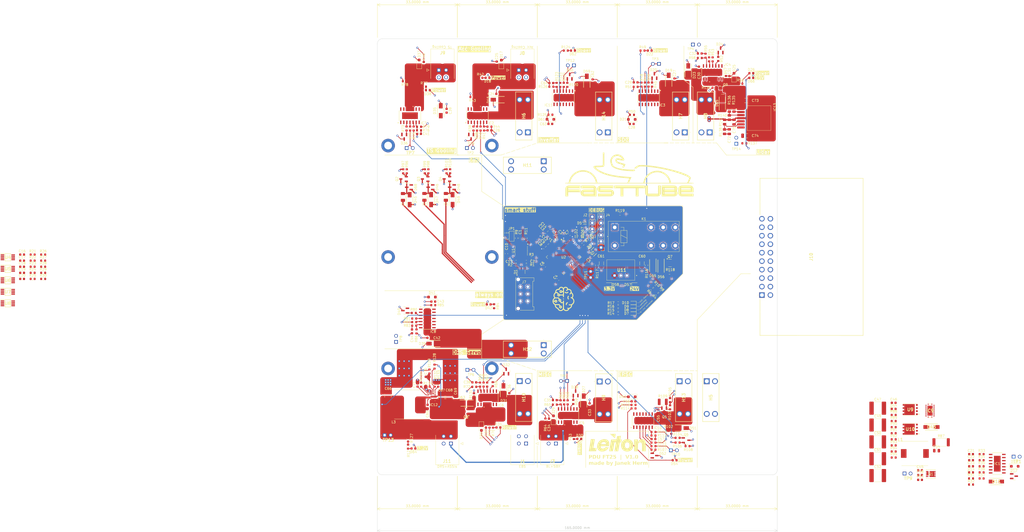
<source format=kicad_pcb>
(kicad_pcb
	(version 20240108)
	(generator "pcbnew")
	(generator_version "8.0")
	(general
		(thickness 1.6)
		(legacy_teardrops no)
	)
	(paper "A3")
	(title_block
		(title "PDU FT25")
		(date "2024-11-18")
		(rev "V1.0")
		(company "Janek Herm")
		(comment 1 "FasTTUBe Electronics")
	)
	(layers
		(0 "F.Cu" signal)
		(1 "In1.Cu" power)
		(2 "In2.Cu" signal)
		(31 "B.Cu" mixed)
		(32 "B.Adhes" user "B.Adhesive")
		(33 "F.Adhes" user "F.Adhesive")
		(34 "B.Paste" user)
		(35 "F.Paste" user)
		(37 "F.SilkS" user "F.Silkscreen")
		(38 "B.Mask" user)
		(39 "F.Mask" user)
		(40 "Dwgs.User" user "User.Drawings")
		(41 "Cmts.User" user "User.Comments")
		(42 "Eco1.User" user "User.Eco1")
		(43 "Eco2.User" user "User.Eco2")
		(44 "Edge.Cuts" user)
		(45 "Margin" user)
		(46 "B.CrtYd" user "B.Courtyard")
		(47 "F.CrtYd" user "F.Courtyard")
		(48 "B.Fab" user)
		(49 "F.Fab" user)
		(50 "User.1" user)
		(51 "User.2" user)
		(52 "User.3" user)
		(53 "User.4" user)
		(54 "User.5" user)
		(55 "User.6" user)
		(56 "User.7" user)
		(57 "User.8" user)
		(58 "User.9" user)
	)
	(setup
		(stackup
			(layer "F.SilkS"
				(type "Top Silk Screen")
			)
			(layer "F.Paste"
				(type "Top Solder Paste")
			)
			(layer "F.Mask"
				(type "Top Solder Mask")
				(thickness 0.01)
			)
			(layer "F.Cu"
				(type "copper")
				(thickness 0.035)
			)
			(layer "dielectric 1"
				(type "prepreg")
				(thickness 0.1)
				(material "FR4")
				(epsilon_r 4.5)
				(loss_tangent 0.02)
			)
			(layer "In1.Cu"
				(type "copper")
				(thickness 0.035)
			)
			(layer "dielectric 2"
				(type "core")
				(thickness 1.24)
				(material "FR4")
				(epsilon_r 4.5)
				(loss_tangent 0.02)
			)
			(layer "In2.Cu"
				(type "copper")
				(thickness 0.035)
			)
			(layer "dielectric 3"
				(type "prepreg")
				(thickness 0.1)
				(material "FR4")
				(epsilon_r 4.5)
				(loss_tangent 0.02)
			)
			(layer "B.Cu"
				(type "copper")
				(thickness 0.035)
			)
			(layer "B.Mask"
				(type "Bottom Solder Mask")
				(thickness 0.01)
			)
			(layer "B.Paste"
				(type "Bottom Solder Paste")
			)
			(copper_finish "None")
			(dielectric_constraints no)
		)
		(pad_to_mask_clearance 0)
		(allow_soldermask_bridges_in_footprints no)
		(pcbplotparams
			(layerselection 0x00010fc_ffffffff)
			(plot_on_all_layers_selection 0x0000000_00000000)
			(disableapertmacros no)
			(usegerberextensions no)
			(usegerberattributes yes)
			(usegerberadvancedattributes yes)
			(creategerberjobfile yes)
			(dashed_line_dash_ratio 12.000000)
			(dashed_line_gap_ratio 3.000000)
			(svgprecision 4)
			(plotframeref no)
			(viasonmask no)
			(mode 1)
			(useauxorigin no)
			(hpglpennumber 1)
			(hpglpenspeed 20)
			(hpglpendiameter 15.000000)
			(pdf_front_fp_property_popups yes)
			(pdf_back_fp_property_popups yes)
			(dxfpolygonmode yes)
			(dxfimperialunits yes)
			(dxfusepcbnewfont yes)
			(psnegative no)
			(psa4output no)
			(plotreference yes)
			(plotvalue yes)
			(plotfptext yes)
			(plotinvisibletext no)
			(sketchpadsonfab no)
			(subtractmaskfromsilk no)
			(outputformat 1)
			(mirror no)
			(drillshape 1)
			(scaleselection 1)
			(outputdirectory "")
		)
	)
	(net 0 "")
	(net 1 "GND")
	(net 2 "+3V3")
	(net 3 "stdCAN_H")
	(net 4 "/MCU/Vref")
	(net 5 "stdCAN_L")
	(net 6 "/MCU/NRST")
	(net 7 "Net-(C13-Pad2)")
	(net 8 "Net-(C14-Pad1)")
	(net 9 "Net-(D11-A2)")
	(net 10 "/powerstages/P_Out4a")
	(net 11 "/powerstages/IS4")
	(net 12 "Net-(D15-A2)")
	(net 13 "/connectors/P_Out1")
	(net 14 "/powerstages/IS1")
	(net 15 "Net-(D19-A2)")
	(net 16 "/RBR/RES1")
	(net 17 "/powerstages/IS10")
	(net 18 "Net-(D23-A2)")
	(net 19 "/powerstages/P_Out7a")
	(net 20 "/powerstages/IS7")
	(net 21 "Net-(D27-A2)")
	(net 22 "/connectors/P_Out8")
	(net 23 "/powerstages/IS8")
	(net 24 "Net-(D31-A2)")
	(net 25 "/powerstages/P_Out3a")
	(net 26 "/powerstages/IS3")
	(net 27 "Net-(D35-A2)")
	(net 28 "/connectors/P_Out2")
	(net 29 "/powerstages/IS2")
	(net 30 "Net-(D39-A2)")
	(net 31 "/connectors/P_Out9")
	(net 32 "/powerstages/IS9")
	(net 33 "Net-(IC9-CBOOT)")
	(net 34 "Net-(IC9-SW)")
	(net 35 "Net-(IC9-VCC)")
	(net 36 "Net-(D43-K)")
	(net 37 "Net-(IC9-PFM{slash}SYNC)")
	(net 38 "/connectors/P_Out4")
	(net 39 "Net-(C53-Pad2)")
	(net 40 "Net-(IC9-EXTCOMP)")
	(net 41 "Net-(D51-A2)")
	(net 42 "/connectors/P_Out5")
	(net 43 "/powerstages/IS5")
	(net 44 "Net-(D55-A1)")
	(net 45 "Net-(D59-A2)")
	(net 46 "/connectors/P_Out6")
	(net 47 "/powerstages/IS6")
	(net 48 "Net-(IC12-SW)")
	(net 49 "Net-(IC12-BOOT)")
	(net 50 "/connectors/P_Out3")
	(net 51 "Net-(D63-K)")
	(net 52 "Net-(IC12-FB)")
	(net 53 "Net-(IC12-SS)")
	(net 54 "/connectors/P_Out7")
	(net 55 "Net-(IC13-FB)")
	(net 56 "Net-(D65-K)")
	(net 57 "Net-(IC13-SS)")
	(net 58 "/MCU/SWCLK")
	(net 59 "/MCU/SWDIO")
	(net 60 "/MCU/UART_RX")
	(net 61 "/MCU/UART_TX")
	(net 62 "Net-(D7-A)")
	(net 63 "Net-(D8-A)")
	(net 64 "Net-(D9-A)")
	(net 65 "Net-(D10-A)")
	(net 66 "Net-(D12-A)")
	(net 67 "unconnected-(D12-NC-Pad2)")
	(net 68 "Net-(D14-A)")
	(net 69 "Net-(D16-A)")
	(net 70 "unconnected-(D16-NC-Pad2)")
	(net 71 "Net-(D18-A)")
	(net 72 "Net-(D20-A)")
	(net 73 "unconnected-(D20-NC-Pad2)")
	(net 74 "Net-(D22-A)")
	(net 75 "Net-(D24-A)")
	(net 76 "unconnected-(D24-NC-Pad2)")
	(net 77 "Net-(D26-A)")
	(net 78 "Net-(D28-A)")
	(net 79 "unconnected-(D28-NC-Pad2)")
	(net 80 "Net-(D30-A)")
	(net 81 "unconnected-(D32-NC-Pad2)")
	(net 82 "Net-(D32-A)")
	(net 83 "Net-(D34-A)")
	(net 84 "Net-(D36-A)")
	(net 85 "unconnected-(D36-NC-Pad2)")
	(net 86 "Net-(D38-A)")
	(net 87 "unconnected-(D40-NC-Pad2)")
	(net 88 "Net-(D40-A)")
	(net 89 "Net-(D42-A)")
	(net 90 "Net-(D43-A)")
	(net 91 "Net-(D44-A)")
	(net 92 "Net-(D45-A1)")
	(net 93 "Net-(D47-A1)")
	(net 94 "Net-(D49-A1)")
	(net 95 "unconnected-(D52-NC-Pad2)")
	(net 96 "Net-(D52-A)")
	(net 97 "Net-(D54-A)")
	(net 98 "Net-(D56-A)")
	(net 99 "Net-(D57-A)")
	(net 100 "Net-(D58-A)")
	(net 101 "unconnected-(D60-NC-Pad2)")
	(net 102 "Net-(D60-A)")
	(net 103 "Net-(D62-A)")
	(net 104 "Net-(D63-A)")
	(net 105 "Net-(D64-A)")
	(net 106 "Net-(D65-A)")
	(net 107 "Net-(D66-A)")
	(net 108 "EBS Valve 1")
	(net 109 "EBS Valve 2")
	(net 110 "EBS CS")
	(net 111 "+24V")
	(net 112 "RES 2")
	(net 113 "Net-(IC1-IS)")
	(net 114 "Net-(IC1-GND)")
	(net 115 "Net-(IC1-IN)")
	(net 116 "Net-(IC1-DEN)")
	(net 117 "Net-(IC2-IS)")
	(net 118 "Net-(IC2-IN)")
	(net 119 "Net-(IC2-DEN)")
	(net 120 "Net-(IC2-GND)")
	(net 121 "Net-(IC3-IN)")
	(net 122 "Net-(IC3-GND)")
	(net 123 "Net-(IC3-IS)")
	(net 124 "Net-(IC3-DEN)")
	(net 125 "Net-(IC4-IN)")
	(net 126 "Net-(IC4-GND)")
	(net 127 "Net-(IC4-IS)")
	(net 128 "Net-(IC4-DEN)")
	(net 129 "Net-(IC5-GND)")
	(net 130 "Net-(IC5-DEN)")
	(net 131 "Net-(IC5-IS)")
	(net 132 "Net-(IC5-IN)")
	(net 133 "Net-(IC6-GND)")
	(net 134 "Net-(IC6-IN)")
	(net 135 "Net-(IC6-DEN)")
	(net 136 "Net-(IC6-IS)")
	(net 137 "Net-(IC7-IN)")
	(net 138 "Net-(IC7-IS)")
	(net 139 "Net-(IC7-GND)")
	(net 140 "Net-(IC7-DEN)")
	(net 141 "Net-(IC8-IN)")
	(net 142 "Net-(IC8-IS)")
	(net 143 "Net-(IC8-GND)")
	(net 144 "Net-(IC8-DEN)")
	(net 145 "Net-(IC9-CNFG)")
	(net 146 "Net-(IC9-PG{slash}SYNCOUT)")
	(net 147 "Net-(IC9-RT)")
	(net 148 "Net-(IC9-ISNS+)")
	(net 149 "Net-(IC9-HO)")
	(net 150 "Net-(IC9-LO)")
	(net 151 "Net-(IC9-FB)")
	(net 152 "Net-(IC10-IS)")
	(net 153 "Net-(IC10-IN)")
	(net 154 "Net-(IC10-DEN)")
	(net 155 "Net-(IC10-GND)")
	(net 156 "Net-(IC11-DEN)")
	(net 157 "Net-(IC11-IS)")
	(net 158 "Net-(IC11-IN)")
	(net 159 "Net-(IC11-GND)")
	(net 160 "Net-(IC12-PG)")
	(net 161 "Net-(IC12-MODE)")
	(net 162 "Net-(IC12-EN)")
	(net 163 "Net-(IC13-RON)")
	(net 164 "Net-(IC13-EN)")
	(net 165 "RES2")
	(net 166 "/MCU/SWO")
	(net 167 "FDCAN_H")
	(net 168 "FDCAN_L")
	(net 169 "unconnected-(J8-Pin_4-Pad4)")
	(net 170 "unconnected-(J9-Pin_4-Pad4)")
	(net 171 "/RBR/SDC bypass")
	(net 172 "24V ASMS")
	(net 173 "unconnected-(J10-Pin_10-Pad10)")
	(net 174 "Net-(JP1-C)")
	(net 175 "unconnected-(K1-Pad12)")
	(net 176 "unconnected-(K1-Pad24)")
	(net 177 "Net-(K1-PadA1)")
	(net 178 "Net-(Q2-G)")
	(net 179 "Net-(Q3-G)")
	(net 180 "Net-(Q4-G)")
	(net 181 "Net-(Q5-D)")
	(net 182 "Net-(Q5-G)")
	(net 183 "Net-(Q6-G)")
	(net 184 "Net-(Q6-D)")
	(net 185 "Net-(U1-Rs)")
	(net 186 "Net-(U2-PA0)")
	(net 187 "Net-(U2-BOOT0)")
	(net 188 "Net-(U2-PC0)")
	(net 189 "Net-(U2-PA11)")
	(net 190 "/MCU/CAN_RX")
	(net 191 "/MCU/CAN_TX")
	(net 192 "Net-(U2-PA12)")
	(net 193 "unconnected-(U2-PB7-Pad59)")
	(net 194 "unconnected-(U2-PA15-Pad50)")
	(net 195 "/MCU/STATUS_LED1")
	(net 196 "/MCU/STATUS_LED2")
	(net 197 "/MCU/STATUS_LED3")
	(net 198 "/MCU/STATUS_LED4")
	(net 199 "Net-(R12-Pad1)")
	(net 200 "Net-(U4A--)")
	(net 201 "/MCU/ISENSE1")
	(net 202 "Net-(U4B--)")
	(net 203 "/MCU/ISENSE2")
	(net 204 "/MCU/ISENSE3")
	(net 205 "Net-(U5A--)")
	(net 206 "Net-(U5B--)")
	(net 207 "/MCU/ISENSE4")
	(net 208 "/MCU/ISENSE5")
	(net 209 "Net-(U6A--)")
	(net 210 "Net-(U6B--)")
	(net 211 "/MCU/ISENSE6")
	(net 212 "/MCU/ISENSE7")
	(net 213 "Net-(U7A--)")
	(net 214 "Net-(U7B--)")
	(net 215 "/MCU/ISENSE8")
	(net 216 "/MCU/ISENSE9")
	(net 217 "Net-(U8A--)")
	(net 218 "Net-(U8B--)")
	(net 219 "/MCU/ISENSE10")
	(net 220 "/MCU/IN4")
	(net 221 "/MCU/IN1")
	(net 222 "/MCU/IN10")
	(net 223 "/MCU/IN7")
	(net 224 "/MCU/IN8")
	(net 225 "/MCU/IN3")
	(net 226 "/MCU/IN2")
	(net 227 "/MCU/IN9")
	(net 228 "/MCU/IN11")
	(net 229 "/MCU/IN12")
	(net 230 "/MCU/IN13")
	(net 231 "/MCU/PC_Read")
	(net 232 "/MCU/PC_EN")
	(net 233 "/MCU/IN5")
	(net 234 "/MCU/IN6")
	(net 235 "unconnected-(U2-PB0-Pad26)")
	(net 236 "/MCU/XTAL_OUT")
	(net 237 "unconnected-(U2-PC5-Pad25)")
	(net 238 "unconnected-(U2-PA10-Pad43)")
	(net 239 "unconnected-(U2-PF4-Pad18)")
	(net 240 "unconnected-(U2-PC12-Pad53)")
	(net 241 "unconnected-(U2-PB5-Pad57)")
	(net 242 "unconnected-(U2-PB4-Pad56)")
	(net 243 "/MCU/XTAL_IN")
	(net 244 "unconnected-(U2-PA9-Pad42)")
	(net 245 "unconnected-(U2-PA8-Pad41)")
	(net 246 "unconnected-(U2-PD2-Pad54)")
	(net 247 "unconnected-(U9-Pad9)")
	(net 248 "unconnected-(U9-Pad6)")
	(net 249 "unconnected-(U9-Pad3)")
	(net 250 "unconnected-(U9-Pad7)")
	(net 251 "unconnected-(U9-Pad8)")
	(net 252 "unconnected-(U9-Pad2)")
	(net 253 "unconnected-(U10-Pad3)")
	(net 254 "unconnected-(U10-Pad9)")
	(net 255 "unconnected-(U10-Pad6)")
	(net 256 "unconnected-(U10-Pad2)")
	(net 257 "unconnected-(U10-Pad7)")
	(net 258 "unconnected-(U10-Pad8)")
	(net 259 "unconnected-(J1-Pin_1-Pad1)")
	(net 260 "unconnected-(J8-Pin_3-Pad3)")
	(net 261 "unconnected-(J9-Pin_3-Pad3)")
	(net 262 "unconnected-(J11-Pin_2-Pad2)")
	(net 263 "unconnected-(J3-Pin_2-Pad2)")
	(net 264 "unconnected-(J3-Pin_1-Pad1)")
	(net 265 "unconnected-(D46-Pad2)")
	(net 266 "unconnected-(D48-Pad2)")
	(net 267 "unconnected-(D68-Pad2)")
	(footprint "5025:5025" (layer "F.Cu") (at 148.91 99.09))
	(footprint "Resistor_SMD:R_0603_1608Metric" (layer "F.Cu") (at 151.635 91.035 90))
	(footprint "Resistor_SMD:R_0603_1608Metric" (layer "F.Cu") (at 126.945 91.035 -90))
	(footprint "BTT6010-1ERB:SOIC14_BTT6010-1ERB_INF" (layer "F.Cu") (at 153.279 85.729799 90))
	(footprint "824501241:DIOM5127X250N" (layer "F.Cu") (at 138.145 83.695 -90))
	(footprint "Package_TO_SOT_SMD:SOT-23" (layer "F.Cu") (at 123.05 94.435 -90))
	(footprint "Package_TO_SOT_SMD:SOT-23" (layer "F.Cu") (at 165.14 191.314998 90))
	(footprint "Resistor_SMD:R_0603_1608Metric" (layer "F.Cu") (at 135.615001 196.775 90))
	(footprint "5025:5025" (layer "F.Cu") (at 119.706643 179.105057 90))
	(footprint "Resistor_SMD:R_0603_1608Metric" (layer "F.Cu") (at 160.135001 164.395 90))
	(footprint "Resistor_SMD:R_0603_1608Metric" (layer "F.Cu") (at 135.545001 189.315 -90))
	(footprint "LED_SMD:LED_0603_1608Metric" (layer "F.Cu") (at 266.295 70.155 180))
	(footprint "Package_TO_SOT_SMD:SOT-23" (layer "F.Cu") (at 123.441642 166.195058 180))
	(footprint "Package_TO_SOT_SMD:SOT-23" (layer "F.Cu") (at 142.745 115.265 180))
	(footprint "Package_TO_SOT_SMD:SOT-23" (layer "F.Cu") (at 254.545 75.31))
	(footprint "ESD321DYAR:SODFL1608X77N" (layer "F.Cu") (at 193.99 135.625 -90))
	(footprint "5025:5025" (layer "F.Cu") (at 114.96 217.59))
	(footprint "5025:5025" (layer "F.Cu") (at 260.11 97.33 90))
	(footprint "MountingHole:MountingHole_3.2mm_M3_DIN965_Pad" (layer "F.Cu") (at 116.41 144.08 -90))
	(footprint "Resistor_SMD:R_0603_1608Metric" (layer "F.Cu") (at 325.065 219.315))
	(footprint "Capacitor_SMD:C_0603_1608Metric" (layer "F.Cu") (at 156.795 213.675001 -90))
	(footprint "MountingHole:MountingHole_4.3mm_M4" (layer "F.Cu") (at 119.575 226.345))
	(footprint "Capacitor_SMD:C_1210_3225Metric" (layer "F.Cu") (at 138.414747 202.063428 90))
	(footprint "Diode_SMD:D_SOD-123F" (layer "F.Cu") (at 163.135001 64.22 90))
	(footprint "Capacitor_SMD:C_0603_1608Metric" (layer "F.Cu") (at 185.205 203.145 180))
	(footprint "Resistor_SMD:R_0603_1608Metric" (layer "F.Cu") (at 225.925 220.675))
	(footprint "Resistor_SMD:R_0603_1608Metric" (layer "F.Cu") (at 357.005 235.475))
	(footprint "Resistor_SMD:R_0603_1608Metric" (layer "F.Cu") (at 135.044999 163.939999 180))
	(footprint "LED_SMD:LED_0603_1608Metric" (layer "F.Cu") (at 217.335 167.395 180))
	(footprint "3SMAJ5934B-TP:DIOM5226X244N" (layer "F.Cu") (at 254.335 80.59 90))
	(footprint "Capacitor_SMD:C_1206_3216Metric" (layer "F.Cu") (at 221.205 146.675 -90))
	(footprint "Resistor_SMD:R_0603_1608Metric" (layer "F.Cu") (at 247.415 60.994999 90))
	(footprint "Resistor_SMD:R_0603_1608Metric" (layer "F.Cu") (at -25.955 148.095))
	(footprint "Capacitor_SMD:C_0603_1608Metric" (layer "F.Cu") (at 166.425 201.034999 90))
	(footprint "Resistor_SMD:R_0603_1608Metric" (layer "F.Cu") (at 202.525 147.505 -90))
	(footprint "Capacitor_SMD:C_0603_1608Metric" (layer "F.Cu") (at 131.125 64.375 90))
	(footprint "Resistor_SMD:R_0603_1608Metric" (layer "F.Cu") (at 245.035001 61.934999 180))
	(footprint "Diode_SMD:D_SOD-123F"
		(layer "F.Cu")
		(uuid "1cca1b1a-413e-491f-886d-d217a6b4cb5a")
		(at 134.5 160.6 180)
		(descr "D_SOD-123F")
		(tags "D_SOD-123F")
		(property "Reference" "D41"
			(at -0.067 1.765 0)
			(layer "F.SilkS")
			(uuid "384f768a-2861-4604-a3f9-102079deb127")
			(effects
				(font
					(size 1 1)
					(thickness 0.15)
				)
			)
		)
		(property "Value" "1A"
			(at 0 2.1 0)
			(layer "F.Fab")
			(uuid "694daddb-50ad-4cca-a0e2-50f52a01716c")
			(effects
				(font
					(size 1 1)
					(thickness 0.15)
				)
			)
		)
		(property "Footprint" "Diode_SMD:D_SOD-123F"
			(at 0 0 180)
			(unlocked yes)
			(layer "F.Fab")
			(hide yes)
			(uuid "b4a6104c-d2f2-431e-9095-ef9b586f60da")
			(effects
				(font
					(size 1.27 1.27)
					(thickness 0.15)
				)
			)
		)
		(property "Datasheet" "https://www.mouser.de/datasheet/2/389/stpst1h100-3107187.pdf"
			(at 0 0 180)
			(unlocked yes)
			(layer "F.Fab")
			(hide yes)
			(uuid "1b08af5d-9b2e-4b3c-b1dd-0c43770e0127")
			(effects
				(font
					(size 1.27 1.27)
					(thickness 0.15)
				)
			)
		)
		(property "Description" "Diode, small symbol"
			(at 0 0 180)
			(unlocked yes)
			(layer "F.Fab")
			(hide yes)
			(uuid "d2a51825-c2db-43d6-a180-d3fe4d9f7e79")
			(effects
				(font
					(size 1.27 1.27)
					(thickness 0.15)
				)
			)
		)
		(property "Sim.Device" "D"
			(at 0 0 180)
			(unlocked yes)
			(layer "F.Fab")
			(hide yes)
			(uuid "34feed6f-29c4-44d4-8a26-341bbcca4c9c")
			(effects
				(font
					(size 1 1)
					(thickness 0.15)
				)
			)
		)
		(property "Sim.Pins" "1=K 2=A"
			(at 0 0 180)
			(unlocked yes)
			(layer "F.Fab")
			(hide yes)
			(uuid "fb7998de-69d5-482a-af56-f836f9fed02f")
			(effects
				(font
					(size 1 1)
					(thickness 0.15)
				)
			)
		)
		(property ki_fp_filters "TO-???* *_Diode_* *SingleDiode* D_*")
		(path "/780d04e9-366d-4b48-88f6-229428c96c3a/63b20f96-617c-43ad-ab9b-609143d283a4/eb6fded2-e3f1-4f55-94ac-662e7e917c59")
		(sheetname "always on (4.5A)")
		(sheetfile "4.5A_powerstage.kicad_sch")
		(attr smd)
		(fp_line
			(start -2.21 1)
			(end 1.65 1)
			(stroke
				(width 0.12)
				(type solid)
			)
			(layer "F.SilkS")
			(uuid "6f2f1a58-e81f-4a85-8e5f-59f9dd191124")
		)
		(fp_line
			(start -2.21 -1)
			(end 1.65 -1)
			(stroke
				(width 0.12)
				(type solid)
			)
			(layer "F.SilkS")
			(uuid "b111ac92-b6bf-459f-9028-1c8664bb7ec6")
		)
		(fp_line
			(start -2.21 -1)
			(end -2.21 1)
			(stroke
				(width 0.12)
				(type solid)
			)
			(layer "F.SilkS")
			(uuid "d1477c3f-1fb3-43db-b090-bc059418bb88")
		)
		(fp_line
			(start 2.2 1.15)
			(end -2.2 1.15)
			(stroke
				(width 0.05)
				(type solid)
			)
			(layer "F.CrtYd")
			(uuid "9def6c37-1cb7-4e85-82b9-21bcb2914bbc")
		)
		(fp_line
			(start 2.2 -1.15)
			(end 2.2 1.15)
			(stroke
				(width 0.05)
				(type solid)
			)
			(layer "F.CrtYd")
			(uuid "03370352-283d-4081-8d4c-4bc7d4739d54")
		)
		(fp_line
			(start -2.2 -1.15)
			(end 2.2 -1.15)
			(stroke
				(width 0.05)
				(type solid)
			)
			(layer "F.CrtYd")
			(uuid "74639db3-602a-4a5c-87e8-edb90d70c0ac")
		)
		(fp_line
			(start -2.2 -1.15)
			(end -2.2 1.15)
			(stroke
				(width 0.05)
				(type solid)
			)
			(layer "F.CrtYd")
			(uuid "d08883dd-d038-4e82-96af-4481f23b0c97")
		)
		(fp_line
			(start 1.4 0.900001)
			(end -1.4 0.900001)
			(stroke
				(width 0.1)
				(type solid)
			)
			(layer "F.Fab")
			(uuid "d56ec310-473d-4911-a7c9-d6213cde13eb")
		)
		(fp_line
			(start 1.4 -0.900001)
			(end 1.4 0.900001)
			(stroke
				(width 0.1)
				(type solid)
			)
			(layer "F.Fab")
			(uuid "4ebcda36-5c64-4188-936a-3462d308ebb0")
		)
		(fp_line
			(start 0.25 0.4)
			(end -0.349999 0)
			(stroke
				(width 0.1)
				(type solid)
			)
			(layer "F.Fab")
			(uuid "7e2f970a-4c6b-4e0a-9d7b-389edca92539")
		)
		(fp_line
			(start 0.25 0)
			(end
... [3136574 chars truncated]
</source>
